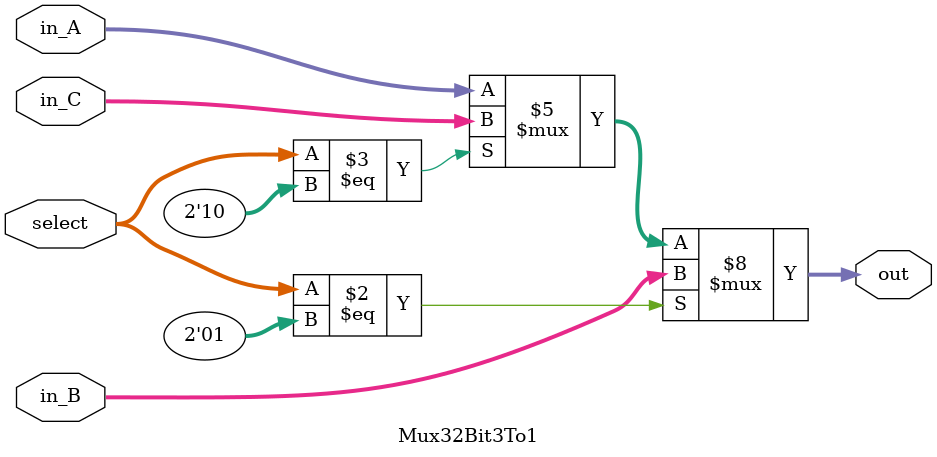
<source format=v>
`timescale 1ns / 1ps


module Mux32Bit3To1(
    input [1:0] select,         // select singal for output
    input [31:0] in_A,          // input 0
    input [31:0] in_B,          // input 1
    input [31:0] in_C,          // input 2
    
    output reg [31:0] out       // selected output
    );
    
    always @(select, in_A, in_B, in_C) begin
        if (select == 2'b01) begin out <= in_B; end
        else if (select == 2'b10) begin out <= in_C; end
        else begin out <= in_A; end
    end
    
endmodule
</source>
